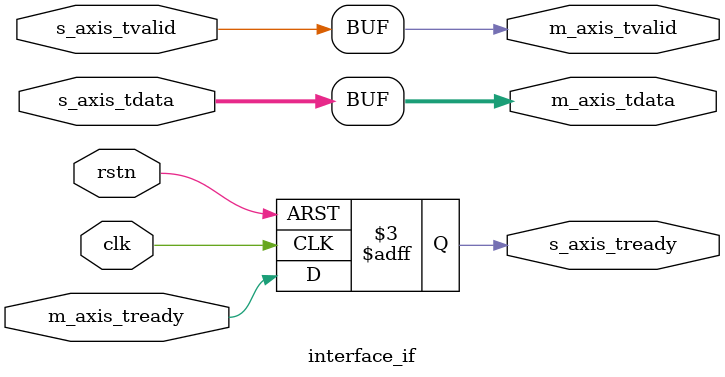
<source format=v>
`timescale 1ns / 1ps

module interface_if #
(
    // Parameters of Axi Master Bus Interface M00_AXIS
    parameter integer C_M_AXIS_TDATA_WIDTH    = 32,
    // Parameters of Axi Slave Bus Interface S00_AXIS
    parameter integer C_S_AXIS_TDATA_WIDTH    = 32
)
(
    //gobal
     input wire clk,
     input wire rstn,
    // Ports of Axi Master Bus Interface M_AXIS
    output wire  m_axis_tvalid,
    output wire [C_M_AXIS_TDATA_WIDTH-1 : 0] m_axis_tdata,
    input wire  m_axis_tready,
    // Ports of Axi Slave Bus Interface S_AXIS,
    output reg  s_axis_tready,
    input wire [C_S_AXIS_TDATA_WIDTH-1 : 0] s_axis_tdata,
    input wire  s_axis_tvalid
);

always@(posedge clk or negedge rstn)
begin
    if(!rstn)
        s_axis_tready <= 'b0;
    else
        s_axis_tready <= m_axis_tready;
end


assign m_axis_tdata = s_axis_tdata;
assign m_axis_tvalid = s_axis_tvalid;


endmodule

</source>
